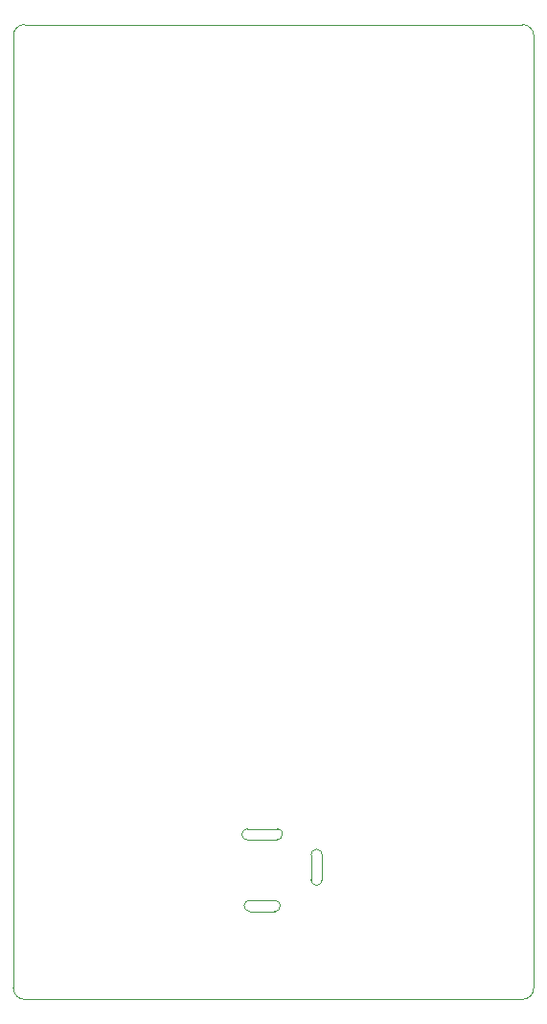
<source format=gbr>
G04 #@! TF.GenerationSoftware,KiCad,Pcbnew,(5.1.12)-1*
G04 #@! TF.CreationDate,2021-12-26T01:52:18+01:00*
G04 #@! TF.ProjectId,esp32,65737033-322e-46b6-9963-61645f706362,rev?*
G04 #@! TF.SameCoordinates,Original*
G04 #@! TF.FileFunction,Profile,NP*
%FSLAX46Y46*%
G04 Gerber Fmt 4.6, Leading zero omitted, Abs format (unit mm)*
G04 Created by KiCad (PCBNEW (5.1.12)-1) date 2021-12-26 01:52:18*
%MOMM*%
%LPD*%
G01*
G04 APERTURE LIST*
G04 #@! TA.AperFunction,Profile*
%ADD10C,0.050000*%
G04 #@! TD*
G04 #@! TA.AperFunction,Profile*
%ADD11C,0.100000*%
G04 #@! TD*
G04 APERTURE END LIST*
D10*
X119000000Y-34000000D02*
G75*
G02*
X120000000Y-33000000I1000000J0D01*
G01*
X164000000Y-33000000D02*
G75*
G02*
X165000000Y-34000000I0J-1000000D01*
G01*
X165000000Y-118000000D02*
G75*
G02*
X164000000Y-119000000I-1000000J0D01*
G01*
X120000000Y-119000000D02*
G75*
G02*
X119000000Y-118000000I0J1000000D01*
G01*
X119000000Y-118000000D02*
X119000000Y-34000000D01*
X164000000Y-119000000D02*
X120000000Y-119000000D01*
X165000000Y-34000000D02*
X165000000Y-118000000D01*
X120000000Y-33000000D02*
X164000000Y-33000000D01*
D11*
X139900000Y-111250000D02*
X142100000Y-111250000D01*
X142100000Y-110250000D02*
X139900000Y-110250000D01*
X146300000Y-108450000D02*
X146300000Y-106250000D01*
X145300000Y-106250000D02*
X145300000Y-108450000D01*
X139700000Y-104950000D02*
X142250000Y-104950000D01*
X142350000Y-103950000D02*
X139700000Y-103950000D01*
X139900000Y-110250000D02*
G75*
G03*
X139400000Y-110750000I0J-500000D01*
G01*
X139400000Y-110750000D02*
G75*
G03*
X139900000Y-111250000I500000J0D01*
G01*
X142100000Y-111250000D02*
G75*
G03*
X142600000Y-110750000I0J500000D01*
G01*
X142600000Y-110750000D02*
G75*
G03*
X142100000Y-110250000I-500000J0D01*
G01*
X145300000Y-108450000D02*
G75*
G03*
X145800000Y-108950000I500000J0D01*
G01*
X145800000Y-108950000D02*
G75*
G03*
X146300000Y-108450000I0J500000D01*
G01*
X146300000Y-106250000D02*
G75*
G03*
X145800000Y-105750000I-500000J0D01*
G01*
X145800000Y-105750000D02*
G75*
G03*
X145300000Y-106250000I0J-500000D01*
G01*
X139700000Y-103950000D02*
G75*
G03*
X139200000Y-104450000I0J-500000D01*
G01*
X139200000Y-104450000D02*
G75*
G03*
X139700000Y-104950000I500000J0D01*
G01*
X142250000Y-104950000D02*
G75*
G03*
X142800000Y-104400000I0J550000D01*
G01*
X142800000Y-104400000D02*
G75*
G03*
X142350000Y-103950000I-450000J0D01*
G01*
M02*

</source>
